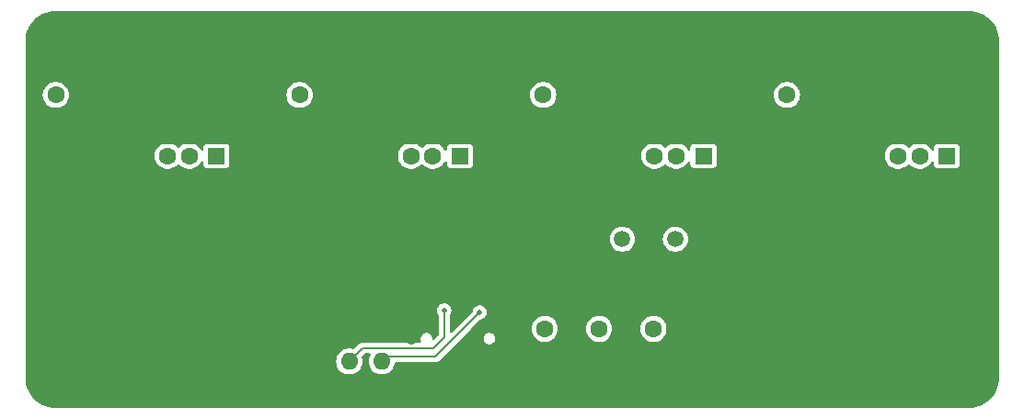
<source format=gbl>
%TF.GenerationSoftware,KiCad,Pcbnew,8.0.5*%
%TF.CreationDate,2024-10-25T21:21:59+08:00*%
%TF.ProjectId,USB_HUB_SL2_1A,5553425f-4855-4425-9f53-4c325f31412e,rev?*%
%TF.SameCoordinates,Original*%
%TF.FileFunction,Copper,L2,Bot*%
%TF.FilePolarity,Positive*%
%FSLAX46Y46*%
G04 Gerber Fmt 4.6, Leading zero omitted, Abs format (unit mm)*
G04 Created by KiCad (PCBNEW 8.0.5) date 2024-10-25 21:21:59*
%MOMM*%
%LPD*%
G01*
G04 APERTURE LIST*
%TA.AperFunction,ComponentPad*%
%ADD10C,1.600000*%
%TD*%
%TA.AperFunction,ComponentPad*%
%ADD11C,6.000000*%
%TD*%
%TA.AperFunction,ComponentPad*%
%ADD12O,1.600000X1.600000*%
%TD*%
%TA.AperFunction,ComponentPad*%
%ADD13R,1.600000X1.500000*%
%TD*%
%TA.AperFunction,ComponentPad*%
%ADD14C,3.000000*%
%TD*%
%TA.AperFunction,ComponentPad*%
%ADD15C,1.500000*%
%TD*%
%TA.AperFunction,ComponentPad*%
%ADD16C,2.500000*%
%TD*%
%TA.AperFunction,ComponentPad*%
%ADD17O,1.000000X2.100000*%
%TD*%
%TA.AperFunction,ComponentPad*%
%ADD18O,1.000000X1.600000*%
%TD*%
%TA.AperFunction,ViaPad*%
%ADD19C,0.500000*%
%TD*%
%TA.AperFunction,Conductor*%
%ADD20C,0.180000*%
%TD*%
%TA.AperFunction,Conductor*%
%ADD21C,1.500000*%
%TD*%
G04 APERTURE END LIST*
D10*
%TO.P,C4,1*%
%TO.N,VBUS*%
X103000000Y-107940000D03*
%TO.P,C4,2*%
%TO.N,GND*%
X103000000Y-112940000D03*
%TD*%
%TO.P,C8,1*%
%TO.N,VBUS*%
X125428570Y-107940000D03*
%TO.P,C8,2*%
%TO.N,GND*%
X125428570Y-112940000D03*
%TD*%
D11*
%TO.P,H1,1,1*%
%TO.N,GND*%
X185000000Y-132000000D03*
%TD*%
D10*
%TO.P,C7,1*%
%TO.N,VBUS*%
X148000000Y-129500000D03*
%TO.P,C7,2*%
%TO.N,GND*%
X148000000Y-134500000D03*
%TD*%
%TO.P,C6,1*%
%TO.N,VBUS*%
X147857140Y-107940000D03*
%TO.P,C6,2*%
%TO.N,GND*%
X147857140Y-112940000D03*
%TD*%
D11*
%TO.P,H2,1,1*%
%TO.N,GND*%
X105000000Y-132000000D03*
%TD*%
D10*
%TO.P,R1,1*%
%TO.N,GND*%
X133000000Y-129955000D03*
D12*
%TO.P,R1,2*%
%TO.N,Net-(USB2-CC2)*%
X133000000Y-132495000D03*
%TD*%
D13*
%TO.P,USB1,1,VBUS*%
%TO.N,VBUS*%
X185000000Y-113560000D03*
D10*
%TO.P,USB1,2,D-*%
%TO.N,/USBA1_D-*%
X182500000Y-113560000D03*
%TO.P,USB1,3,D+*%
%TO.N,/USBA1_D+*%
X180500000Y-113560000D03*
%TO.P,USB1,4,GND*%
%TO.N,GND*%
X178000000Y-113560000D03*
D14*
%TO.P,USB1,5,Shield*%
X188070000Y-110850000D03*
X174930000Y-110850000D03*
%TD*%
D10*
%TO.P,C3,1*%
%TO.N,/VDD18*%
X158000000Y-129500000D03*
%TO.P,C3,2*%
%TO.N,GND*%
X158000000Y-134500000D03*
%TD*%
D13*
%TO.P,USB3,1,VBUS*%
%TO.N,VBUS*%
X162594761Y-113560000D03*
D10*
%TO.P,USB3,2,D-*%
%TO.N,/USBA2_D-*%
X160094761Y-113560000D03*
%TO.P,USB3,3,D+*%
%TO.N,/USBA2_D+*%
X158094761Y-113560000D03*
%TO.P,USB3,4,GND*%
%TO.N,GND*%
X155594761Y-113560000D03*
D14*
%TO.P,USB3,5,Shield*%
X165664761Y-110850000D03*
X152524761Y-110850000D03*
%TD*%
D10*
%TO.P,C2,1*%
%TO.N,/VDD33*%
X153000000Y-129500000D03*
%TO.P,C2,2*%
%TO.N,GND*%
X153000000Y-134500000D03*
%TD*%
D15*
%TO.P,X1,1,1*%
%TO.N,Net-(U1-XIN)*%
X160020000Y-121240000D03*
D16*
%TO.P,X1,2,2*%
%TO.N,GND*%
X157580000Y-121240000D03*
D15*
%TO.P,X1,3,3*%
%TO.N,Net-(U1-XOUT)*%
X155140000Y-121240000D03*
%TD*%
D13*
%TO.P,USB4,1,VBUS*%
%TO.N,VBUS*%
X140189523Y-113560000D03*
D10*
%TO.P,USB4,2,D-*%
%TO.N,/USBA3_D-*%
X137689523Y-113560000D03*
%TO.P,USB4,3,D+*%
%TO.N,/USBA3_D+*%
X135689523Y-113560000D03*
%TO.P,USB4,4,GND*%
%TO.N,GND*%
X133189523Y-113560000D03*
D14*
%TO.P,USB4,5,Shield*%
X143259523Y-110850000D03*
X130119523Y-110850000D03*
%TD*%
D10*
%TO.P,C1,1*%
%TO.N,VBUS*%
X170285710Y-107940000D03*
%TO.P,C1,2*%
%TO.N,GND*%
X170285710Y-112940000D03*
%TD*%
D13*
%TO.P,USB5,1,VBUS*%
%TO.N,VBUS*%
X117784285Y-113560000D03*
D10*
%TO.P,USB5,2,D-*%
%TO.N,/USBA4_D-*%
X115284285Y-113560000D03*
%TO.P,USB5,3,D+*%
%TO.N,/USBA4_D+*%
X113284285Y-113560000D03*
%TO.P,USB5,4,GND*%
%TO.N,GND*%
X110784285Y-113560000D03*
D14*
%TO.P,USB5,5,Shield*%
X120854285Y-110850000D03*
X107714285Y-110850000D03*
%TD*%
D10*
%TO.P,R2,1*%
%TO.N,GND*%
X130000000Y-129955000D03*
D12*
%TO.P,R2,2*%
%TO.N,Net-(USB2-CC1)*%
X130000000Y-132495000D03*
%TD*%
D17*
%TO.P,USB2,S1,SHIELD*%
%TO.N,GND*%
X135680000Y-129895000D03*
D18*
X135680000Y-134075000D03*
D17*
X144320000Y-129895000D03*
D18*
X144320000Y-134075000D03*
%TD*%
D19*
%TO.N,GND*%
X114250000Y-111728000D03*
X169030000Y-119160000D03*
%TO.N,Net-(USB2-CC1)*%
X138750000Y-127800000D03*
%TO.N,GND*%
X122860000Y-123080000D03*
X168580000Y-102540000D03*
X163980000Y-128100000D03*
X112700000Y-102540000D03*
X133020000Y-102540000D03*
X183820000Y-102540000D03*
X117780000Y-102540000D03*
X178740000Y-102540000D03*
X188250000Y-126140000D03*
X183170000Y-121060000D03*
X137060000Y-119990000D03*
X102540000Y-118000000D03*
X174500000Y-129570000D03*
X122860000Y-102540000D03*
X122860000Y-128160000D03*
X183170000Y-126140000D03*
X107620000Y-102540000D03*
X188250000Y-121060000D03*
X112700000Y-123080000D03*
X146680000Y-122350000D03*
X131980000Y-119990000D03*
X126900000Y-119990000D03*
X107620000Y-128160000D03*
X138100000Y-102540000D03*
X159780000Y-115640000D03*
X117780000Y-128160000D03*
X178740000Y-118800000D03*
X137060000Y-125070000D03*
X174500000Y-134650000D03*
X163950000Y-119160000D03*
X143630000Y-122350000D03*
X102540000Y-128160000D03*
X156770000Y-126130000D03*
X122860000Y-133240000D03*
X158420000Y-102540000D03*
X107620000Y-118000000D03*
X145800000Y-116570000D03*
X107620000Y-123080000D03*
X163500000Y-102540000D03*
X143180000Y-102540000D03*
X169060000Y-128100000D03*
X148260000Y-102540000D03*
X140130000Y-126530000D03*
X126900000Y-125070000D03*
X178190000Y-115500000D03*
X159770000Y-130110000D03*
X153340000Y-102540000D03*
X102540000Y-123080000D03*
X112700000Y-128160000D03*
X131980000Y-125070000D03*
X136270000Y-115870000D03*
X182620000Y-115310000D03*
X179580000Y-129570000D03*
X112700000Y-118000000D03*
X127940000Y-102540000D03*
X117780000Y-133240000D03*
X117780000Y-123080000D03*
X102540000Y-102540000D03*
X163950000Y-124240000D03*
X112700000Y-133240000D03*
X117210000Y-115290000D03*
X169030000Y-124240000D03*
X140280000Y-118410000D03*
X173660000Y-102540000D03*
X146770000Y-127760000D03*
X174110000Y-119160000D03*
X179580000Y-134650000D03*
%TO.N,Net-(USB2-CC2)*%
X142000000Y-127980000D03*
%TD*%
D20*
%TO.N,Net-(USB2-CC1)*%
X131245000Y-131250000D02*
X130000000Y-132495000D01*
X137750000Y-131250000D02*
X131245000Y-131250000D01*
X138750000Y-130250000D02*
X137750000Y-131250000D01*
X138750000Y-127800000D02*
X138750000Y-130250000D01*
D21*
%TO.N,GND*%
X156335795Y-111728000D02*
X159120000Y-111728000D01*
X120512285Y-111728000D02*
X120784285Y-112000000D01*
X133907225Y-111728000D02*
X136650000Y-111728000D01*
X159120000Y-111728000D02*
X165369425Y-111728000D01*
X178764370Y-111728000D02*
X181520000Y-111728000D01*
X187798000Y-111728000D02*
X188070000Y-112000000D01*
X178070000Y-113500000D02*
X178070000Y-112422370D01*
X133212855Y-112422370D02*
X133907225Y-111728000D01*
X155641425Y-113500000D02*
X155641425Y-112422370D01*
X110784285Y-113500000D02*
X110784285Y-112422370D01*
X111478655Y-111728000D02*
X114250000Y-111728000D01*
X181520000Y-111728000D02*
X187798000Y-111728000D01*
X110784285Y-112422370D02*
X111478655Y-111728000D01*
X133212855Y-113500000D02*
X133212855Y-112422370D01*
X165369425Y-111728000D02*
X165641425Y-112000000D01*
X136650000Y-111728000D02*
X142940855Y-111728000D01*
X114250000Y-111728000D02*
X120512285Y-111728000D01*
X142940855Y-111728000D02*
X143212855Y-112000000D01*
X178070000Y-112422370D02*
X178764370Y-111728000D01*
X155641425Y-112422370D02*
X156335795Y-111728000D01*
D20*
%TO.N,Net-(USB2-CC2)*%
X137910000Y-132070000D02*
X142000000Y-127980000D01*
X133000000Y-132495000D02*
X133425000Y-132070000D01*
X133425000Y-132070000D02*
X137910000Y-132070000D01*
%TD*%
%TA.AperFunction,Conductor*%
%TO.N,GND*%
G36*
X187003472Y-100200695D02*
G01*
X187306503Y-100217713D01*
X187320301Y-100219267D01*
X187616080Y-100269522D01*
X187629636Y-100272616D01*
X187917927Y-100355672D01*
X187931051Y-100360265D01*
X188208222Y-100475072D01*
X188220744Y-100481101D01*
X188423184Y-100592986D01*
X188483328Y-100626227D01*
X188495102Y-100633625D01*
X188739789Y-100807239D01*
X188750657Y-100815907D01*
X188974352Y-101015815D01*
X188984184Y-101025647D01*
X189184092Y-101249342D01*
X189192763Y-101260214D01*
X189366374Y-101504897D01*
X189373772Y-101516671D01*
X189518894Y-101779248D01*
X189524927Y-101791777D01*
X189639734Y-102068948D01*
X189644327Y-102082072D01*
X189727383Y-102370363D01*
X189730477Y-102383920D01*
X189780730Y-102679688D01*
X189782287Y-102693506D01*
X189799305Y-102996527D01*
X189799500Y-103003480D01*
X189799500Y-133996519D01*
X189799305Y-134003472D01*
X189782287Y-134306493D01*
X189780730Y-134320311D01*
X189730477Y-134616079D01*
X189727383Y-134629636D01*
X189644327Y-134917927D01*
X189639734Y-134931051D01*
X189524927Y-135208222D01*
X189518894Y-135220751D01*
X189373772Y-135483328D01*
X189366374Y-135495102D01*
X189192763Y-135739785D01*
X189184092Y-135750657D01*
X188984184Y-135974352D01*
X188974352Y-135984184D01*
X188750657Y-136184092D01*
X188739785Y-136192763D01*
X188495102Y-136366374D01*
X188483328Y-136373772D01*
X188220751Y-136518894D01*
X188208222Y-136524927D01*
X187931051Y-136639734D01*
X187917927Y-136644327D01*
X187629636Y-136727383D01*
X187616079Y-136730477D01*
X187320311Y-136780730D01*
X187306493Y-136782287D01*
X187003472Y-136799305D01*
X186996519Y-136799500D01*
X103003481Y-136799500D01*
X102996528Y-136799305D01*
X102693506Y-136782287D01*
X102679688Y-136780730D01*
X102383920Y-136730477D01*
X102370363Y-136727383D01*
X102082072Y-136644327D01*
X102068948Y-136639734D01*
X101791777Y-136524927D01*
X101779248Y-136518894D01*
X101516671Y-136373772D01*
X101504897Y-136366374D01*
X101260214Y-136192763D01*
X101249342Y-136184092D01*
X101025647Y-135984184D01*
X101015815Y-135974352D01*
X100815907Y-135750657D01*
X100807236Y-135739785D01*
X100633625Y-135495102D01*
X100626227Y-135483328D01*
X100481105Y-135220751D01*
X100475072Y-135208222D01*
X100360265Y-134931051D01*
X100355672Y-134917927D01*
X100272616Y-134629636D01*
X100269522Y-134616079D01*
X100250030Y-134501356D01*
X100219267Y-134320301D01*
X100217713Y-134306503D01*
X100200695Y-134003472D01*
X100200500Y-133996519D01*
X100200500Y-132494999D01*
X128794357Y-132494999D01*
X128794357Y-132495000D01*
X128814884Y-132716535D01*
X128814885Y-132716537D01*
X128875769Y-132930523D01*
X128875775Y-132930538D01*
X128974938Y-133129683D01*
X128974943Y-133129691D01*
X129109020Y-133307238D01*
X129273437Y-133457123D01*
X129273439Y-133457125D01*
X129462595Y-133574245D01*
X129462596Y-133574245D01*
X129462599Y-133574247D01*
X129670060Y-133654618D01*
X129888757Y-133695500D01*
X129888759Y-133695500D01*
X130111241Y-133695500D01*
X130111243Y-133695500D01*
X130329940Y-133654618D01*
X130537401Y-133574247D01*
X130726562Y-133457124D01*
X130890981Y-133307236D01*
X131025058Y-133129689D01*
X131124229Y-132930528D01*
X131185115Y-132716536D01*
X131205643Y-132495000D01*
X131185115Y-132273464D01*
X131145271Y-132133426D01*
X131145857Y-132063563D01*
X131176852Y-132011818D01*
X131411854Y-131776816D01*
X131473176Y-131743334D01*
X131499534Y-131740500D01*
X131834333Y-131740500D01*
X131901372Y-131760185D01*
X131947127Y-131812989D01*
X131957071Y-131882147D01*
X131945333Y-131919772D01*
X131875775Y-132059461D01*
X131875769Y-132059476D01*
X131814885Y-132273462D01*
X131814884Y-132273464D01*
X131794357Y-132494999D01*
X131794357Y-132495000D01*
X131814884Y-132716535D01*
X131814885Y-132716537D01*
X131875769Y-132930523D01*
X131875775Y-132930538D01*
X131974938Y-133129683D01*
X131974943Y-133129691D01*
X132109020Y-133307238D01*
X132273437Y-133457123D01*
X132273439Y-133457125D01*
X132462595Y-133574245D01*
X132462596Y-133574245D01*
X132462599Y-133574247D01*
X132670060Y-133654618D01*
X132888757Y-133695500D01*
X132888759Y-133695500D01*
X133111241Y-133695500D01*
X133111243Y-133695500D01*
X133329940Y-133654618D01*
X133537401Y-133574247D01*
X133726562Y-133457124D01*
X133890981Y-133307236D01*
X134025058Y-133129689D01*
X134124229Y-132930528D01*
X134185115Y-132716536D01*
X134189144Y-132673058D01*
X134214931Y-132608121D01*
X134271731Y-132567434D01*
X134312615Y-132560500D01*
X137974574Y-132560500D01*
X137974576Y-132560500D01*
X138099326Y-132527074D01*
X138211174Y-132462498D01*
X140347854Y-130325817D01*
X142364500Y-130325817D01*
X142364500Y-130464183D01*
X142370788Y-130487648D01*
X142400312Y-130597835D01*
X142400313Y-130597838D01*
X142469492Y-130717661D01*
X142469494Y-130717664D01*
X142469495Y-130717665D01*
X142567335Y-130815505D01*
X142687164Y-130884688D01*
X142820817Y-130920500D01*
X142820819Y-130920500D01*
X142959181Y-130920500D01*
X142959183Y-130920500D01*
X143092836Y-130884688D01*
X143212665Y-130815505D01*
X143310505Y-130717665D01*
X143379688Y-130597836D01*
X143415500Y-130464183D01*
X143415500Y-130325817D01*
X143379688Y-130192164D01*
X143345096Y-130132249D01*
X143310507Y-130072338D01*
X143310503Y-130072333D01*
X143212666Y-129974496D01*
X143212661Y-129974492D01*
X143092838Y-129905313D01*
X143092837Y-129905312D01*
X143092836Y-129905312D01*
X142959183Y-129869500D01*
X142820817Y-129869500D01*
X142687164Y-129905312D01*
X142687161Y-129905313D01*
X142567338Y-129974492D01*
X142567333Y-129974496D01*
X142469496Y-130072333D01*
X142469492Y-130072338D01*
X142400313Y-130192161D01*
X142400312Y-130192164D01*
X142364500Y-130325817D01*
X140347854Y-130325817D01*
X141173672Y-129499999D01*
X146794357Y-129499999D01*
X146794357Y-129500000D01*
X146814884Y-129721535D01*
X146814885Y-129721537D01*
X146875769Y-129935523D01*
X146875775Y-129935538D01*
X146974938Y-130134683D01*
X146974943Y-130134691D01*
X147109020Y-130312238D01*
X147273437Y-130462123D01*
X147273439Y-130462125D01*
X147462595Y-130579245D01*
X147462596Y-130579245D01*
X147462599Y-130579247D01*
X147670060Y-130659618D01*
X147888757Y-130700500D01*
X147888759Y-130700500D01*
X148111241Y-130700500D01*
X148111243Y-130700500D01*
X148329940Y-130659618D01*
X148537401Y-130579247D01*
X148726562Y-130462124D01*
X148890981Y-130312236D01*
X149025058Y-130134689D01*
X149124229Y-129935528D01*
X149185115Y-129721536D01*
X149205643Y-129500000D01*
X149205643Y-129499999D01*
X151794357Y-129499999D01*
X151794357Y-129500000D01*
X151814884Y-129721535D01*
X151814885Y-129721537D01*
X151875769Y-129935523D01*
X151875775Y-129935538D01*
X151974938Y-130134683D01*
X151974943Y-130134691D01*
X152109020Y-130312238D01*
X152273437Y-130462123D01*
X152273439Y-130462125D01*
X152462595Y-130579245D01*
X152462596Y-130579245D01*
X152462599Y-130579247D01*
X152670060Y-130659618D01*
X152888757Y-130700500D01*
X152888759Y-130700500D01*
X153111241Y-130700500D01*
X153111243Y-130700500D01*
X153329940Y-130659618D01*
X153537401Y-130579247D01*
X153726562Y-130462124D01*
X153890981Y-130312236D01*
X154025058Y-130134689D01*
X154124229Y-129935528D01*
X154185115Y-129721536D01*
X154205643Y-129500000D01*
X154205643Y-129499999D01*
X156794357Y-129499999D01*
X156794357Y-129500000D01*
X156814884Y-129721535D01*
X156814885Y-129721537D01*
X156875769Y-129935523D01*
X156875775Y-129935538D01*
X156974938Y-130134683D01*
X156974943Y-130134691D01*
X157109020Y-130312238D01*
X157273437Y-130462123D01*
X157273439Y-130462125D01*
X157462595Y-130579245D01*
X157462596Y-130579245D01*
X157462599Y-130579247D01*
X157670060Y-130659618D01*
X157888757Y-130700500D01*
X157888759Y-130700500D01*
X158111241Y-130700500D01*
X158111243Y-130700500D01*
X158329940Y-130659618D01*
X158537401Y-130579247D01*
X158726562Y-130462124D01*
X158890981Y-130312236D01*
X159025058Y-130134689D01*
X159124229Y-129935528D01*
X159185115Y-129721536D01*
X159205643Y-129500000D01*
X159185115Y-129278464D01*
X159124229Y-129064472D01*
X159124224Y-129064461D01*
X159025061Y-128865316D01*
X159025056Y-128865308D01*
X158890979Y-128687761D01*
X158726562Y-128537876D01*
X158726560Y-128537874D01*
X158537404Y-128420754D01*
X158537398Y-128420752D01*
X158329940Y-128340382D01*
X158111243Y-128299500D01*
X157888757Y-128299500D01*
X157670060Y-128340382D01*
X157538864Y-128391207D01*
X157462601Y-128420752D01*
X157462595Y-128420754D01*
X157273439Y-128537874D01*
X157273437Y-128537876D01*
X157109020Y-128687761D01*
X156974943Y-128865308D01*
X156974938Y-128865316D01*
X156875775Y-129064461D01*
X156875769Y-129064476D01*
X156814885Y-129278462D01*
X156814884Y-129278464D01*
X156794357Y-129499999D01*
X154205643Y-129499999D01*
X154185115Y-129278464D01*
X154124229Y-129064472D01*
X154124224Y-129064461D01*
X154025061Y-128865316D01*
X154025056Y-128865308D01*
X153890979Y-128687761D01*
X153726562Y-128537876D01*
X153726560Y-128537874D01*
X153537404Y-128420754D01*
X153537398Y-128420752D01*
X153329940Y-128340382D01*
X153111243Y-128299500D01*
X152888757Y-128299500D01*
X152670060Y-128340382D01*
X152538864Y-128391207D01*
X152462601Y-128420752D01*
X152462595Y-128420754D01*
X152273439Y-128537874D01*
X152273437Y-128537876D01*
X152109020Y-128687761D01*
X151974943Y-128865308D01*
X151974938Y-128865316D01*
X151875775Y-129064461D01*
X151875769Y-129064476D01*
X151814885Y-129278462D01*
X151814884Y-129278464D01*
X151794357Y-129499999D01*
X149205643Y-129499999D01*
X149185115Y-129278464D01*
X149124229Y-129064472D01*
X149124224Y-129064461D01*
X149025061Y-128865316D01*
X149025056Y-128865308D01*
X148890979Y-128687761D01*
X148726562Y-128537876D01*
X148726560Y-128537874D01*
X148537404Y-128420754D01*
X148537398Y-128420752D01*
X148329940Y-128340382D01*
X148111243Y-128299500D01*
X147888757Y-128299500D01*
X147670060Y-128340382D01*
X147538864Y-128391207D01*
X147462601Y-128420752D01*
X147462595Y-128420754D01*
X147273439Y-128537874D01*
X147273437Y-128537876D01*
X147109020Y-128687761D01*
X146974943Y-128865308D01*
X146974938Y-128865316D01*
X146875775Y-129064461D01*
X146875769Y-129064476D01*
X146814885Y-129278462D01*
X146814884Y-129278464D01*
X146794357Y-129499999D01*
X141173672Y-129499999D01*
X142007967Y-128665704D01*
X142069288Y-128632221D01*
X142077929Y-128630760D01*
X142078984Y-128630500D01*
X142078985Y-128630500D01*
X142232365Y-128592696D01*
X142372240Y-128519283D01*
X142490483Y-128414530D01*
X142580220Y-128284523D01*
X142636237Y-128136818D01*
X142655278Y-127980000D01*
X142636237Y-127823182D01*
X142636235Y-127823178D01*
X142614992Y-127767164D01*
X142580220Y-127675477D01*
X142490483Y-127545470D01*
X142372240Y-127440717D01*
X142372238Y-127440716D01*
X142372237Y-127440715D01*
X142232365Y-127367303D01*
X142078986Y-127329500D01*
X142078985Y-127329500D01*
X141921015Y-127329500D01*
X141921014Y-127329500D01*
X141767634Y-127367303D01*
X141627762Y-127440715D01*
X141509516Y-127545471D01*
X141419781Y-127675475D01*
X141419780Y-127675476D01*
X141363763Y-127823178D01*
X141363762Y-127823183D01*
X141355185Y-127893823D01*
X141327563Y-127958000D01*
X141319770Y-127966556D01*
X139452181Y-129834146D01*
X139390858Y-129867631D01*
X139321166Y-129862647D01*
X139265233Y-129820775D01*
X139240816Y-129755311D01*
X139240500Y-129746465D01*
X139240500Y-128273144D01*
X139260185Y-128206105D01*
X139262432Y-128202729D01*
X139330220Y-128104523D01*
X139386237Y-127956818D01*
X139405278Y-127800000D01*
X139386237Y-127643182D01*
X139330220Y-127495477D01*
X139240483Y-127365470D01*
X139122240Y-127260717D01*
X139122238Y-127260716D01*
X139122237Y-127260715D01*
X138982365Y-127187303D01*
X138828986Y-127149500D01*
X138828985Y-127149500D01*
X138671015Y-127149500D01*
X138671014Y-127149500D01*
X138517634Y-127187303D01*
X138377762Y-127260715D01*
X138259516Y-127365471D01*
X138169781Y-127495475D01*
X138169780Y-127495476D01*
X138113762Y-127643181D01*
X138094722Y-127799999D01*
X138094722Y-127800000D01*
X138113762Y-127956818D01*
X138169780Y-128104523D01*
X138169780Y-128104524D01*
X138205433Y-128156175D01*
X138237550Y-128202705D01*
X138259433Y-128269058D01*
X138259500Y-128273144D01*
X138259500Y-129995466D01*
X138239815Y-130062505D01*
X138223181Y-130083147D01*
X137847181Y-130459147D01*
X137785858Y-130492632D01*
X137716166Y-130487648D01*
X137660233Y-130445776D01*
X137635816Y-130380312D01*
X137635500Y-130371466D01*
X137635500Y-130325819D01*
X137635500Y-130325817D01*
X137599688Y-130192164D01*
X137565096Y-130132249D01*
X137530507Y-130072338D01*
X137530503Y-130072333D01*
X137432666Y-129974496D01*
X137432661Y-129974492D01*
X137312838Y-129905313D01*
X137312837Y-129905312D01*
X137312836Y-129905312D01*
X137179183Y-129869500D01*
X137040817Y-129869500D01*
X136907164Y-129905312D01*
X136907161Y-129905313D01*
X136787338Y-129974492D01*
X136787333Y-129974496D01*
X136689496Y-130072333D01*
X136689492Y-130072338D01*
X136620313Y-130192161D01*
X136620312Y-130192164D01*
X136584500Y-130325817D01*
X136584500Y-130464183D01*
X136592123Y-130492632D01*
X136621805Y-130603407D01*
X136620142Y-130673257D01*
X136580979Y-130731119D01*
X136516751Y-130758623D01*
X136502030Y-130759500D01*
X131180424Y-130759500D01*
X131055672Y-130792926D01*
X130943826Y-130857502D01*
X130943823Y-130857504D01*
X130485102Y-131316225D01*
X130423779Y-131349710D01*
X130354087Y-131344726D01*
X130352627Y-131344171D01*
X130329940Y-131335382D01*
X130111243Y-131294500D01*
X129888757Y-131294500D01*
X129670060Y-131335382D01*
X129572033Y-131373358D01*
X129462601Y-131415752D01*
X129462595Y-131415754D01*
X129273439Y-131532874D01*
X129273437Y-131532876D01*
X129109020Y-131682761D01*
X128974943Y-131860308D01*
X128974938Y-131860316D01*
X128875775Y-132059461D01*
X128875769Y-132059476D01*
X128814885Y-132273462D01*
X128814884Y-132273464D01*
X128794357Y-132494999D01*
X100200500Y-132494999D01*
X100200500Y-121239999D01*
X153984571Y-121239999D01*
X153984571Y-121240000D01*
X154004244Y-121452310D01*
X154062596Y-121657392D01*
X154062596Y-121657394D01*
X154157632Y-121848253D01*
X154157634Y-121848255D01*
X154286128Y-122018407D01*
X154443698Y-122162052D01*
X154624981Y-122274298D01*
X154823802Y-122351321D01*
X155033390Y-122390500D01*
X155033392Y-122390500D01*
X155246608Y-122390500D01*
X155246610Y-122390500D01*
X155456198Y-122351321D01*
X155655019Y-122274298D01*
X155836302Y-122162052D01*
X155993872Y-122018407D01*
X156122366Y-121848255D01*
X156217405Y-121657389D01*
X156275756Y-121452310D01*
X156295429Y-121240000D01*
X156295429Y-121239999D01*
X158864571Y-121239999D01*
X158864571Y-121240000D01*
X158884244Y-121452310D01*
X158942596Y-121657392D01*
X158942596Y-121657394D01*
X159037632Y-121848253D01*
X159037634Y-121848255D01*
X159166128Y-122018407D01*
X159323698Y-122162052D01*
X159504981Y-122274298D01*
X159703802Y-122351321D01*
X159913390Y-122390500D01*
X159913392Y-122390500D01*
X160126608Y-122390500D01*
X160126610Y-122390500D01*
X160336198Y-122351321D01*
X160535019Y-122274298D01*
X160716302Y-122162052D01*
X160873872Y-122018407D01*
X161002366Y-121848255D01*
X161097405Y-121657389D01*
X161155756Y-121452310D01*
X161175429Y-121240000D01*
X161155756Y-121027690D01*
X161097405Y-120822611D01*
X161097403Y-120822606D01*
X161097403Y-120822605D01*
X161002367Y-120631746D01*
X160873872Y-120461593D01*
X160716302Y-120317948D01*
X160535019Y-120205702D01*
X160535017Y-120205701D01*
X160435608Y-120167190D01*
X160336198Y-120128679D01*
X160126610Y-120089500D01*
X159913390Y-120089500D01*
X159703802Y-120128679D01*
X159703799Y-120128679D01*
X159703799Y-120128680D01*
X159504982Y-120205701D01*
X159504980Y-120205702D01*
X159323699Y-120317947D01*
X159166127Y-120461593D01*
X159037632Y-120631746D01*
X158942596Y-120822605D01*
X158942596Y-120822607D01*
X158884244Y-121027689D01*
X158864571Y-121239999D01*
X156295429Y-121239999D01*
X156275756Y-121027690D01*
X156217405Y-120822611D01*
X156217403Y-120822606D01*
X156217403Y-120822605D01*
X156122367Y-120631746D01*
X155993872Y-120461593D01*
X155836302Y-120317948D01*
X155655019Y-120205702D01*
X155655017Y-120205701D01*
X155555608Y-120167190D01*
X155456198Y-120128679D01*
X155246610Y-120089500D01*
X155033390Y-120089500D01*
X154823802Y-120128679D01*
X154823799Y-120128679D01*
X154823799Y-120128680D01*
X154624982Y-120205701D01*
X154624980Y-120205702D01*
X154443699Y-120317947D01*
X154286127Y-120461593D01*
X154157632Y-120631746D01*
X154062596Y-120822605D01*
X154062596Y-120822607D01*
X154004244Y-121027689D01*
X153984571Y-121239999D01*
X100200500Y-121239999D01*
X100200500Y-113559999D01*
X112078642Y-113559999D01*
X112078642Y-113560000D01*
X112099169Y-113781535D01*
X112099170Y-113781537D01*
X112160054Y-113995523D01*
X112160060Y-113995538D01*
X112259223Y-114194683D01*
X112259228Y-114194691D01*
X112393305Y-114372238D01*
X112557722Y-114522123D01*
X112557724Y-114522125D01*
X112746880Y-114639245D01*
X112746881Y-114639245D01*
X112746884Y-114639247D01*
X112954345Y-114719618D01*
X113173042Y-114760500D01*
X113173044Y-114760500D01*
X113395526Y-114760500D01*
X113395528Y-114760500D01*
X113614225Y-114719618D01*
X113821686Y-114639247D01*
X114010847Y-114522124D01*
X114175266Y-114372236D01*
X114185331Y-114358906D01*
X114241438Y-114317271D01*
X114311150Y-114312578D01*
X114372332Y-114346319D01*
X114383233Y-114358900D01*
X114393304Y-114372236D01*
X114393307Y-114372239D01*
X114393310Y-114372242D01*
X114557722Y-114522123D01*
X114557724Y-114522125D01*
X114746880Y-114639245D01*
X114746881Y-114639245D01*
X114746884Y-114639247D01*
X114954345Y-114719618D01*
X115173042Y-114760500D01*
X115173044Y-114760500D01*
X115395526Y-114760500D01*
X115395528Y-114760500D01*
X115614225Y-114719618D01*
X115821686Y-114639247D01*
X116010847Y-114522124D01*
X116150567Y-114394751D01*
X116175264Y-114372238D01*
X116175267Y-114372235D01*
X116309343Y-114194689D01*
X116348786Y-114115476D01*
X116396287Y-114064242D01*
X116463950Y-114046820D01*
X116530290Y-114068745D01*
X116574246Y-114123056D01*
X116583785Y-114170749D01*
X116583785Y-114341517D01*
X116594577Y-114409657D01*
X116598639Y-114435304D01*
X116656235Y-114548342D01*
X116656237Y-114548344D01*
X116656239Y-114548347D01*
X116745937Y-114638045D01*
X116745939Y-114638046D01*
X116745943Y-114638050D01*
X116858979Y-114695645D01*
X116858983Y-114695647D01*
X116952760Y-114710499D01*
X116952766Y-114710500D01*
X118615803Y-114710499D01*
X118709589Y-114695646D01*
X118822627Y-114638050D01*
X118912335Y-114548342D01*
X118969931Y-114435304D01*
X118969931Y-114435302D01*
X118969932Y-114435301D01*
X118984784Y-114341524D01*
X118984785Y-114341519D01*
X118984784Y-113559999D01*
X134483880Y-113559999D01*
X134483880Y-113560000D01*
X134504407Y-113781535D01*
X134504408Y-113781537D01*
X134565292Y-113995523D01*
X134565298Y-113995538D01*
X134664461Y-114194683D01*
X134664466Y-114194691D01*
X134798543Y-114372238D01*
X134962960Y-114522123D01*
X134962962Y-114522125D01*
X135152118Y-114639245D01*
X135152119Y-114639245D01*
X135152122Y-114639247D01*
X135359583Y-114719618D01*
X135578280Y-114760500D01*
X135578282Y-114760500D01*
X135800764Y-114760500D01*
X135800766Y-114760500D01*
X136019463Y-114719618D01*
X136226924Y-114639247D01*
X136416085Y-114522124D01*
X136580504Y-114372236D01*
X136590569Y-114358906D01*
X136646676Y-114317271D01*
X136716388Y-114312578D01*
X136777570Y-114346319D01*
X136788471Y-114358900D01*
X136798542Y-114372236D01*
X136798545Y-114372239D01*
X136798548Y-114372242D01*
X136962960Y-114522123D01*
X136962962Y-114522125D01*
X137152118Y-114639245D01*
X137152119Y-114639245D01*
X137152122Y-114639247D01*
X137359583Y-114719618D01*
X137578280Y-114760500D01*
X137578282Y-114760500D01*
X137800764Y-114760500D01*
X137800766Y-114760500D01*
X138019463Y-114719618D01*
X138226924Y-114639247D01*
X138416085Y-114522124D01*
X138555805Y-114394751D01*
X138580502Y-114372238D01*
X138580505Y-114372235D01*
X138714581Y-114194689D01*
X138754024Y-114115476D01*
X138801525Y-114064242D01*
X138869188Y-114046820D01*
X138935528Y-114068745D01*
X138979484Y-114123056D01*
X138989023Y-114170749D01*
X138989023Y-114341517D01*
X138999815Y-114409657D01*
X139003877Y-114435304D01*
X139061473Y-114548342D01*
X139061475Y-114548344D01*
X139061477Y-114548347D01*
X139151175Y-114638045D01*
X139151177Y-114638046D01*
X139151181Y-114638050D01*
X139264217Y-114695645D01*
X139264221Y-114695647D01*
X139357998Y-114710499D01*
X139358004Y-114710500D01*
X141021041Y-114710499D01*
X141114827Y-114695646D01*
X141227865Y-114638050D01*
X141317573Y-114548342D01*
X141375169Y-114435304D01*
X141375169Y-114435302D01*
X141375170Y-114435301D01*
X141390022Y-114341524D01*
X141390023Y-114341519D01*
X141390022Y-113559999D01*
X156889118Y-113559999D01*
X156889118Y-113560000D01*
X156909645Y-113781535D01*
X156909646Y-113781537D01*
X156970530Y-113995523D01*
X156970536Y-113995538D01*
X157069699Y-114194683D01*
X157069704Y-114194691D01*
X157203781Y-114372238D01*
X157368198Y-114522123D01*
X157368200Y-114522125D01*
X157557356Y-114639245D01*
X157557357Y-114639245D01*
X157557360Y-114639247D01*
X157764821Y-114719618D01*
X157983518Y-114760500D01*
X157983520Y-114760500D01*
X158206002Y-114760500D01*
X158206004Y-114760500D01*
X158424701Y-114719618D01*
X158632162Y-114639247D01*
X158821323Y-114522124D01*
X158985742Y-114372236D01*
X158995807Y-114358906D01*
X159051914Y-114317271D01*
X159121626Y-114312578D01*
X159182808Y-114346319D01*
X159193709Y-114358900D01*
X159203780Y-114372236D01*
X159203783Y-114372239D01*
X159203786Y-114372242D01*
X159368198Y-114522123D01*
X159368200Y-114522125D01*
X159557356Y-114639245D01*
X159557357Y-114639245D01*
X159557360Y-114639247D01*
X159764821Y-114719618D01*
X159983518Y-114760500D01*
X159983520Y-114760500D01*
X160206002Y-114760500D01*
X160206004Y-114760500D01*
X160424701Y-114719618D01*
X160632162Y-114639247D01*
X160821323Y-114522124D01*
X160961043Y-114394751D01*
X160985740Y-114372238D01*
X160985743Y-114372235D01*
X161119819Y-114194689D01*
X161159262Y-114115476D01*
X161206763Y-114064242D01*
X161274426Y-114046820D01*
X161340766Y-114068745D01*
X161384722Y-114123056D01*
X161394261Y-114170749D01*
X161394261Y-114341517D01*
X161405053Y-114409657D01*
X161409115Y-114435304D01*
X161466711Y-114548342D01*
X161466713Y-114548344D01*
X161466715Y-114548347D01*
X161556413Y-114638045D01*
X161556415Y-114638046D01*
X161556419Y-114638050D01*
X161669455Y-114695645D01*
X161669459Y-114695647D01*
X161763236Y-114710499D01*
X161763242Y-114710500D01*
X163426279Y-114710499D01*
X163520065Y-114695646D01*
X163633103Y-114638050D01*
X163722811Y-114548342D01*
X163780407Y-114435304D01*
X163780407Y-114435302D01*
X163780408Y-114435301D01*
X163795260Y-114341524D01*
X163795261Y-114341519D01*
X163795260Y-113559999D01*
X179294357Y-113559999D01*
X179294357Y-113560000D01*
X179314884Y-113781535D01*
X179314885Y-113781537D01*
X179375769Y-113995523D01*
X179375775Y-113995538D01*
X179474938Y-114194683D01*
X179474943Y-114194691D01*
X179609020Y-114372238D01*
X179773437Y-114522123D01*
X179773439Y-114522125D01*
X179962595Y-114639245D01*
X179962596Y-114639245D01*
X179962599Y-114639247D01*
X180170060Y-114719618D01*
X180388757Y-114760500D01*
X180388759Y-114760500D01*
X180611241Y-114760500D01*
X180611243Y-114760500D01*
X180829940Y-114719618D01*
X181037401Y-114639247D01*
X181226562Y-114522124D01*
X181390981Y-114372236D01*
X181401046Y-114358906D01*
X181457153Y-114317271D01*
X181526865Y-114312578D01*
X181588047Y-114346319D01*
X181598948Y-114358900D01*
X181609019Y-114372236D01*
X181609022Y-114372239D01*
X181609025Y-114372242D01*
X181773437Y-114522123D01*
X181773439Y-114522125D01*
X181962595Y-114639245D01*
X181962596Y-114639245D01*
X181962599Y-114639247D01*
X182170060Y-114719618D01*
X182388757Y-114760500D01*
X182388759Y-114760500D01*
X182611241Y-114760500D01*
X182611243Y-114760500D01*
X182829940Y-114719618D01*
X183037401Y-114639247D01*
X183226562Y-114522124D01*
X183366282Y-114394751D01*
X183390979Y-114372238D01*
X183390982Y-114372235D01*
X183525058Y-114194689D01*
X183564501Y-114115476D01*
X183612002Y-114064242D01*
X183679665Y-114046820D01*
X183746005Y-114068745D01*
X183789961Y-114123056D01*
X183799500Y-114170749D01*
X183799500Y-114341517D01*
X183810292Y-114409657D01*
X183814354Y-114435304D01*
X183871950Y-114548342D01*
X183871952Y-114548344D01*
X183871954Y-114548347D01*
X183961652Y-114638045D01*
X183961654Y-114638046D01*
X183961658Y-114638050D01*
X184074694Y-114695645D01*
X184074698Y-114695647D01*
X184168475Y-114710499D01*
X184168481Y-114710500D01*
X185831518Y-114710499D01*
X185925304Y-114695646D01*
X186038342Y-114638050D01*
X186128050Y-114548342D01*
X186185646Y-114435304D01*
X186185646Y-114435302D01*
X186185647Y-114435301D01*
X186200499Y-114341524D01*
X186200500Y-114341519D01*
X186200499Y-112778482D01*
X186185646Y-112684696D01*
X186128050Y-112571658D01*
X186128046Y-112571654D01*
X186128045Y-112571652D01*
X186038347Y-112481954D01*
X186038344Y-112481952D01*
X186038342Y-112481950D01*
X185961517Y-112442805D01*
X185925301Y-112424352D01*
X185831524Y-112409500D01*
X184168482Y-112409500D01*
X184087519Y-112422323D01*
X184074696Y-112424354D01*
X183961658Y-112481950D01*
X183961657Y-112481951D01*
X183961652Y-112481954D01*
X183871954Y-112571652D01*
X183871951Y-112571657D01*
X183814352Y-112684698D01*
X183799500Y-112778475D01*
X183799500Y-112949247D01*
X183779815Y-113016286D01*
X183727011Y-113062041D01*
X183657853Y-113071985D01*
X183594297Y-113042960D01*
X183564500Y-113004519D01*
X183525061Y-112925316D01*
X183525056Y-112925308D01*
X183390979Y-112747761D01*
X183226562Y-112597876D01*
X183226560Y-112597874D01*
X183037404Y-112480754D01*
X183037398Y-112480752D01*
X182829940Y-112400382D01*
X182611243Y-112359500D01*
X182388757Y-112359500D01*
X182170060Y-112400382D01*
X182038864Y-112451207D01*
X181962601Y-112480752D01*
X181962595Y-112480754D01*
X181773439Y-112597874D01*
X181773437Y-112597876D01*
X181609019Y-112747762D01*
X181598953Y-112761093D01*
X181542844Y-112802728D01*
X181473132Y-112807419D01*
X181411950Y-112773676D01*
X181401047Y-112761093D01*
X181390980Y-112747762D01*
X181226562Y-112597876D01*
X181226560Y-112597874D01*
X181037404Y-112480754D01*
X181037398Y-112480752D01*
X180829940Y-112400382D01*
X180611243Y-112359500D01*
X180388757Y-112359500D01*
X180170060Y-112400382D01*
X180038864Y-112451207D01*
X179962601Y-112480752D01*
X179962595Y-112480754D01*
X179773439Y-112597874D01*
X179773437Y-112597876D01*
X179609020Y-112747761D01*
X179474943Y-112925308D01*
X179474938Y-112925316D01*
X179375775Y-113124461D01*
X179375769Y-113124476D01*
X179314885Y-113338462D01*
X179314884Y-113338464D01*
X179294357Y-113559999D01*
X163795260Y-113559999D01*
X163795260Y-112778482D01*
X163780407Y-112684696D01*
X163722811Y-112571658D01*
X163722807Y-112571654D01*
X163722806Y-112571652D01*
X163633108Y-112481954D01*
X163633105Y-112481952D01*
X163633103Y-112481950D01*
X163556278Y-112442805D01*
X163520062Y-112424352D01*
X163426285Y-112409500D01*
X161763243Y-112409500D01*
X161682280Y-112422323D01*
X161669457Y-112424354D01*
X161556419Y-112481950D01*
X161556418Y-112481951D01*
X161556413Y-112481954D01*
X161466715Y-112571652D01*
X161466712Y-112571657D01*
X161409113Y-112684698D01*
X161394261Y-112778475D01*
X161394261Y-112949247D01*
X161374576Y-113016286D01*
X161321772Y-113062041D01*
X161252614Y-113071985D01*
X161189058Y-113042960D01*
X161159261Y-113004519D01*
X161119822Y-112925316D01*
X161119817Y-112925308D01*
X160985740Y-112747761D01*
X160821323Y-112597876D01*
X160821321Y-112597874D01*
X160632165Y-112480754D01*
X160632159Y-112480752D01*
X160424701Y-112400382D01*
X160206004Y-112359500D01*
X159983518Y-112359500D01*
X159764821Y-112400382D01*
X159633625Y-112451207D01*
X159557362Y-112480752D01*
X159557356Y-112480754D01*
X159368200Y-112597874D01*
X159368198Y-112597876D01*
X159203780Y-112747762D01*
X159193714Y-112761093D01*
X159137605Y-112802728D01*
X159067893Y-112807419D01*
X159006711Y-112773676D01*
X158995808Y-112761093D01*
X158985741Y-112747762D01*
X158821323Y-112597876D01*
X158821321Y-112597874D01*
X158632165Y-112480754D01*
X158632159Y-112480752D01*
X158424701Y-112400382D01*
X158206004Y-112359500D01*
X157983518Y-112359500D01*
X157764821Y-112400382D01*
X157633625Y-112451207D01*
X157557362Y-112480752D01*
X157557356Y-112480754D01*
X157368200Y-112597874D01*
X157368198Y-112597876D01*
X157203781Y-112747761D01*
X157069704Y-112925308D01*
X157069699Y-112925316D01*
X156970536Y-113124461D01*
X156970530Y-113124476D01*
X156909646Y-113338462D01*
X156909645Y-113338464D01*
X156889118Y-113559999D01*
X141390022Y-113559999D01*
X141390022Y-112778482D01*
X141375169Y-112684696D01*
X141317573Y-112571658D01*
X141317569Y-112571654D01*
X141317568Y-112571652D01*
X141227870Y-112481954D01*
X141227867Y-112481952D01*
X141227865Y-112481950D01*
X141151040Y-112442805D01*
X141114824Y-112424352D01*
X141021047Y-112409500D01*
X139358005Y-112409500D01*
X139277042Y-112422323D01*
X139264219Y-112424354D01*
X139151181Y-112481950D01*
X139151180Y-112481951D01*
X139151175Y-112481954D01*
X139061477Y-112571652D01*
X139061474Y-112571657D01*
X139003875Y-112684698D01*
X138989023Y-112778475D01*
X138989023Y-112949247D01*
X138969338Y-113016286D01*
X138916534Y-113062041D01*
X138847376Y-113071985D01*
X138783820Y-113042960D01*
X138754023Y-113004519D01*
X138714584Y-112925316D01*
X138714579Y-112925308D01*
X138580502Y-112747761D01*
X138416085Y-112597876D01*
X138416083Y-112597874D01*
X138226927Y-112480754D01*
X138226921Y-112480752D01*
X138019463Y-112400382D01*
X137800766Y-112359500D01*
X137578280Y-112359500D01*
X137359583Y-112400382D01*
X137228387Y-112451207D01*
X137152124Y-112480752D01*
X137152118Y-112480754D01*
X136962962Y-112597874D01*
X136962960Y-112597876D01*
X136798542Y-112747762D01*
X136788476Y-112761093D01*
X136732367Y-112802728D01*
X136662655Y-112807419D01*
X136601473Y-112773676D01*
X136590570Y-112761093D01*
X136580503Y-112747762D01*
X136416085Y-112597876D01*
X136416083Y-112597874D01*
X136226927Y-112480754D01*
X136226921Y-112480752D01*
X136019463Y-112400382D01*
X135800766Y-112359500D01*
X135578280Y-112359500D01*
X135359583Y-112400382D01*
X135228387Y-112451207D01*
X135152124Y-112480752D01*
X135152118Y-112480754D01*
X134962962Y-112597874D01*
X134962960Y-112597876D01*
X134798543Y-112747761D01*
X134664466Y-112925308D01*
X134664461Y-112925316D01*
X134565298Y-113124461D01*
X134565292Y-113124476D01*
X134504408Y-113338462D01*
X134504407Y-113338464D01*
X134483880Y-113559999D01*
X118984784Y-113559999D01*
X118984784Y-112778482D01*
X118969931Y-112684696D01*
X118912335Y-112571658D01*
X118912331Y-112571654D01*
X118912330Y-112571652D01*
X118822632Y-112481954D01*
X118822629Y-112481952D01*
X118822627Y-112481950D01*
X118745802Y-112442805D01*
X118709586Y-112424352D01*
X118615809Y-112409500D01*
X116952767Y-112409500D01*
X116871804Y-112422323D01*
X116858981Y-112424354D01*
X116745943Y-112481950D01*
X116745942Y-112481951D01*
X116745937Y-112481954D01*
X116656239Y-112571652D01*
X116656236Y-112571657D01*
X116598637Y-112684698D01*
X116583785Y-112778475D01*
X116583785Y-112949247D01*
X116564100Y-113016286D01*
X116511296Y-113062041D01*
X116442138Y-113071985D01*
X116378582Y-113042960D01*
X116348785Y-113004519D01*
X116309346Y-112925316D01*
X116309341Y-112925308D01*
X116175264Y-112747761D01*
X116010847Y-112597876D01*
X116010845Y-112597874D01*
X115821689Y-112480754D01*
X115821683Y-112480752D01*
X115614225Y-112400382D01*
X115395528Y-112359500D01*
X115173042Y-112359500D01*
X114954345Y-112400382D01*
X114823149Y-112451207D01*
X114746886Y-112480752D01*
X114746880Y-112480754D01*
X114557724Y-112597874D01*
X114557722Y-112597876D01*
X114393304Y-112747762D01*
X114383238Y-112761093D01*
X114327129Y-112802728D01*
X114257417Y-112807419D01*
X114196235Y-112773676D01*
X114185332Y-112761093D01*
X114175265Y-112747762D01*
X114010847Y-112597876D01*
X114010845Y-112597874D01*
X113821689Y-112480754D01*
X113821683Y-112480752D01*
X113614225Y-112400382D01*
X113395528Y-112359500D01*
X113173042Y-112359500D01*
X112954345Y-112400382D01*
X112823149Y-112451207D01*
X112746886Y-112480752D01*
X112746880Y-112480754D01*
X112557724Y-112597874D01*
X112557722Y-112597876D01*
X112393305Y-112747761D01*
X112259228Y-112925308D01*
X112259223Y-112925316D01*
X112160060Y-113124461D01*
X112160054Y-113124476D01*
X112099170Y-113338462D01*
X112099169Y-113338464D01*
X112078642Y-113559999D01*
X100200500Y-113559999D01*
X100200500Y-107939999D01*
X101794357Y-107939999D01*
X101794357Y-107940000D01*
X101814884Y-108161535D01*
X101814885Y-108161537D01*
X101875769Y-108375523D01*
X101875775Y-108375538D01*
X101974938Y-108574683D01*
X101974943Y-108574691D01*
X102109020Y-108752238D01*
X102273437Y-108902123D01*
X102273439Y-108902125D01*
X102462595Y-109019245D01*
X102462596Y-109019245D01*
X102462599Y-109019247D01*
X102670060Y-109099618D01*
X102888757Y-109140500D01*
X102888759Y-109140500D01*
X103111241Y-109140500D01*
X103111243Y-109140500D01*
X103329940Y-109099618D01*
X103537401Y-109019247D01*
X103726562Y-108902124D01*
X103890981Y-108752236D01*
X104025058Y-108574689D01*
X104124229Y-108375528D01*
X104185115Y-108161536D01*
X104205643Y-107940000D01*
X104205643Y-107939999D01*
X124222927Y-107939999D01*
X124222927Y-107940000D01*
X124243454Y-108161535D01*
X124243455Y-108161537D01*
X124304339Y-108375523D01*
X124304345Y-108375538D01*
X124403508Y-108574683D01*
X124403513Y-108574691D01*
X124537590Y-108752238D01*
X124702007Y-108902123D01*
X124702009Y-108902125D01*
X124891165Y-109019245D01*
X124891166Y-109019245D01*
X124891169Y-109019247D01*
X125098630Y-109099618D01*
X125317327Y-109140500D01*
X125317329Y-109140500D01*
X125539811Y-109140500D01*
X125539813Y-109140500D01*
X125758510Y-109099618D01*
X125965971Y-109019247D01*
X126155132Y-108902124D01*
X126319551Y-108752236D01*
X126453628Y-108574689D01*
X126552799Y-108375528D01*
X126613685Y-108161536D01*
X126634213Y-107940000D01*
X126634213Y-107939999D01*
X146651497Y-107939999D01*
X146651497Y-107940000D01*
X146672024Y-108161535D01*
X146672025Y-108161537D01*
X146732909Y-108375523D01*
X146732915Y-108375538D01*
X146832078Y-108574683D01*
X146832083Y-108574691D01*
X146966160Y-108752238D01*
X147130577Y-108902123D01*
X147130579Y-108902125D01*
X147319735Y-109019245D01*
X147319736Y-109019245D01*
X147319739Y-109019247D01*
X147527200Y-109099618D01*
X147745897Y-109140500D01*
X147745899Y-109140500D01*
X147968381Y-109140500D01*
X147968383Y-109140500D01*
X148187080Y-109099618D01*
X148394541Y-109019247D01*
X148583702Y-108902124D01*
X148748121Y-108752236D01*
X148882198Y-108574689D01*
X148981369Y-108375528D01*
X149042255Y-108161536D01*
X149062783Y-107940000D01*
X149062783Y-107939999D01*
X169080067Y-107939999D01*
X169080067Y-107940000D01*
X169100594Y-108161535D01*
X169100595Y-108161537D01*
X169161479Y-108375523D01*
X169161485Y-108375538D01*
X169260648Y-108574683D01*
X169260653Y-108574691D01*
X169394730Y-108752238D01*
X169559147Y-108902123D01*
X169559149Y-108902125D01*
X169748305Y-109019245D01*
X169748306Y-109019245D01*
X169748309Y-109019247D01*
X169955770Y-109099618D01*
X170174467Y-109140500D01*
X170174469Y-109140500D01*
X170396951Y-109140500D01*
X170396953Y-109140500D01*
X170615650Y-109099618D01*
X170823111Y-109019247D01*
X171012272Y-108902124D01*
X171176691Y-108752236D01*
X171310768Y-108574689D01*
X171409939Y-108375528D01*
X171470825Y-108161536D01*
X171491353Y-107940000D01*
X171470825Y-107718464D01*
X171409939Y-107504472D01*
X171409934Y-107504461D01*
X171310771Y-107305316D01*
X171310766Y-107305308D01*
X171176689Y-107127761D01*
X171012272Y-106977876D01*
X171012270Y-106977874D01*
X170823114Y-106860754D01*
X170823108Y-106860752D01*
X170615650Y-106780382D01*
X170396953Y-106739500D01*
X170174467Y-106739500D01*
X169955770Y-106780382D01*
X169824574Y-106831207D01*
X169748311Y-106860752D01*
X169748305Y-106860754D01*
X169559149Y-106977874D01*
X169559147Y-106977876D01*
X169394730Y-107127761D01*
X169260653Y-107305308D01*
X169260648Y-107305316D01*
X169161485Y-107504461D01*
X169161479Y-107504476D01*
X169100595Y-107718462D01*
X169100594Y-107718464D01*
X169080067Y-107939999D01*
X149062783Y-107939999D01*
X149042255Y-107718464D01*
X148981369Y-107504472D01*
X148981364Y-107504461D01*
X148882201Y-107305316D01*
X148882196Y-107305308D01*
X148748119Y-107127761D01*
X148583702Y-106977876D01*
X148583700Y-106977874D01*
X148394544Y-106860754D01*
X148394538Y-106860752D01*
X148187080Y-106780382D01*
X147968383Y-106739500D01*
X147745897Y-106739500D01*
X147527200Y-106780382D01*
X147396004Y-106831207D01*
X147319741Y-106860752D01*
X147319735Y-106860754D01*
X147130579Y-106977874D01*
X147130577Y-106977876D01*
X146966160Y-107127761D01*
X146832083Y-107305308D01*
X146832078Y-107305316D01*
X146732915Y-107504461D01*
X146732909Y-107504476D01*
X146672025Y-107718462D01*
X146672024Y-107718464D01*
X146651497Y-107939999D01*
X126634213Y-107939999D01*
X126613685Y-107718464D01*
X126552799Y-107504472D01*
X126552794Y-107504461D01*
X126453631Y-107305316D01*
X126453626Y-107305308D01*
X126319549Y-107127761D01*
X126155132Y-106977876D01*
X126155130Y-106977874D01*
X125965974Y-106860754D01*
X125965968Y-106860752D01*
X125758510Y-106780382D01*
X125539813Y-106739500D01*
X125317327Y-106739500D01*
X125098630Y-106780382D01*
X124967434Y-106831207D01*
X124891171Y-106860752D01*
X124891165Y-106860754D01*
X124702009Y-106977874D01*
X124702007Y-106977876D01*
X124537590Y-107127761D01*
X124403513Y-107305308D01*
X124403508Y-107305316D01*
X124304345Y-107504461D01*
X124304339Y-107504476D01*
X124243455Y-107718462D01*
X124243454Y-107718464D01*
X124222927Y-107939999D01*
X104205643Y-107939999D01*
X104185115Y-107718464D01*
X104124229Y-107504472D01*
X104124224Y-107504461D01*
X104025061Y-107305316D01*
X104025056Y-107305308D01*
X103890979Y-107127761D01*
X103726562Y-106977876D01*
X103726560Y-106977874D01*
X103537404Y-106860754D01*
X103537398Y-106860752D01*
X103329940Y-106780382D01*
X103111243Y-106739500D01*
X102888757Y-106739500D01*
X102670060Y-106780382D01*
X102538864Y-106831207D01*
X102462601Y-106860752D01*
X102462595Y-106860754D01*
X102273439Y-106977874D01*
X102273437Y-106977876D01*
X102109020Y-107127761D01*
X101974943Y-107305308D01*
X101974938Y-107305316D01*
X101875775Y-107504461D01*
X101875769Y-107504476D01*
X101814885Y-107718462D01*
X101814884Y-107718464D01*
X101794357Y-107939999D01*
X100200500Y-107939999D01*
X100200500Y-103003480D01*
X100200695Y-102996527D01*
X100202740Y-102960118D01*
X100217713Y-102693494D01*
X100219267Y-102679700D01*
X100269523Y-102383915D01*
X100272616Y-102370363D01*
X100330193Y-102170513D01*
X100355673Y-102082068D01*
X100360265Y-102068948D01*
X100450347Y-101851469D01*
X100475075Y-101791768D01*
X100481097Y-101779262D01*
X100626230Y-101516665D01*
X100633625Y-101504897D01*
X100807245Y-101260201D01*
X100815896Y-101249354D01*
X101015816Y-101025645D01*
X101025647Y-101015815D01*
X101249354Y-100815896D01*
X101260201Y-100807245D01*
X101504902Y-100633621D01*
X101516665Y-100626230D01*
X101779262Y-100481097D01*
X101791768Y-100475075D01*
X102068948Y-100360265D01*
X102082068Y-100355673D01*
X102370369Y-100272614D01*
X102383915Y-100269523D01*
X102679700Y-100219267D01*
X102693494Y-100217713D01*
X102996528Y-100200695D01*
X103003481Y-100200500D01*
X103039882Y-100200500D01*
X186960118Y-100200500D01*
X186996519Y-100200500D01*
X187003472Y-100200695D01*
G37*
%TD.AperFunction*%
%TD*%
M02*

</source>
